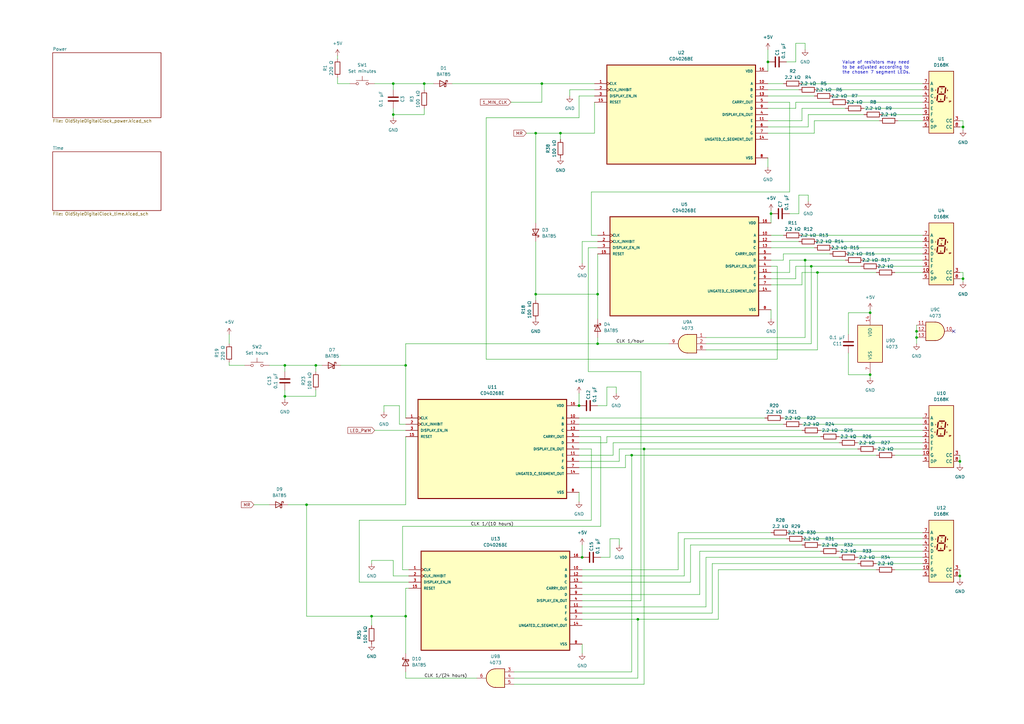
<source format=kicad_sch>
(kicad_sch (version 20250114) (generator "eeschema") (generator_version "9.0")
  (paper "A3")
  (title_block (title "Old style digital clock") (date "2025-10-13") (rev "1") (company "Pasquale Lafiosca"))
  (lib_symbols
    (symbol "4xxx:4073" (pin_names (offset 1.016))
      (property "Reference" "U" (at 0 1.27 0))
      (property "Value" "4073" (at 0 -1.27 0))
      (symbol "4073_1_1"
        (arc (start 0 3.81) (mid 3.7934 0) (end 0 -3.81) (stroke (width 0.254)) (fill (type background)))
        (polyline (pts (xy 0 3.81) (xy -3.81 3.81) (xy -3.81 -3.81) (xy 0 -3.81)) (stroke (width 0.254)) (fill (type background)))
        (pin input line (at -7.62 2.54 0) (length 3.81) (name "~") (number "1"))
        (pin input line (at -7.62 0 0) (length 3.81) (name "~") (number "2"))
        (pin input line (at -7.62 -2.54 0) (length 3.81) (name "~") (number "8"))
        (pin output line (at 7.62 0 180) (length 3.81) (name "~") (number "9"))
      )
      (symbol "4073_1_2"
        (arc (start -3.81 3.81) (mid -2.589 0) (end -3.81 -3.81) (stroke (width 0.254)))
        (polyline (pts (xy -3.81 3.81) (xy -0.635 3.81)) (stroke (width 0.254)) (fill (type background)))
        (polyline (pts (xy -3.81 -3.81) (xy -0.635 -3.81)) (stroke (width 0.254)) (fill (type background)))
        (arc (start 3.81 0) (mid 2.1855 -2.584) (end -0.6096 -3.81) (stroke (width 0.254)) (fill (type background)))
        (arc (start -0.6096 3.81) (mid 2.1928 2.5924) (end 3.81 0) (stroke (width 0.254)) (fill (type background)))
        (polyline (pts (xy -0.635 3.81) (xy -3.81 3.81) (xy -3.81 3.81) (xy -3.556 3.4036) (xy -3.0226 2.2606) (xy -2.6924 1.0414) (xy -2.6162 -0.254) (xy -2.7686 -1.4986) (xy -3.175 -2.7178) (xy -3.81 -3.81) (xy -3.81 -3.81) (xy -0.635 -3.81)) (stroke (width -25.4)) (fill (type background)))
        (pin input inverted (at -7.62 2.54 0) (length 4.318) (name "~") (number "1"))
        (pin input inverted (at -7.62 0 0) (length 4.953) (name "~") (number "2"))
        (pin input inverted (at -7.62 -2.54 0) (length 4.318) (name "~") (number "8"))
        (pin output inverted (at 7.62 0 180) (length 3.81) (name "~") (number "9"))
      )
      (symbol "4073_2_1"
        (arc (start 0 3.81) (mid 3.7934 0) (end 0 -3.81) (stroke (width 0.254)) (fill (type background)))
        (polyline (pts (xy 0 3.81) (xy -3.81 3.81) (xy -3.81 -3.81) (xy 0 -3.81)) (stroke (width 0.254)) (fill (type background)))
        (pin input line (at -7.62 2.54 0) (length 3.81) (name "~") (number "3"))
        (pin input line (at -7.62 0 0) (length 3.81) (name "~") (number "4"))
        (pin input line (at -7.62 -2.54 0) (length 3.81) (name "~") (number "5"))
        (pin output line (at 7.62 0 180) (length 3.81) (name "~") (number "6"))
      )
      (symbol "4073_2_2"
        (arc (start -3.81 3.81) (mid -2.589 0) (end -3.81 -3.81) (stroke (width 0.254)))
        (polyline (pts (xy -3.81 3.81) (xy -0.635 3.81)) (stroke (width 0.254)) (fill (type background)))
        (polyline (pts (xy -3.81 -3.81) (xy -0.635 -3.81)) (stroke (width 0.254)) (fill (type background)))
        (arc (start 3.81 0) (mid 2.1855 -2.584) (end -0.6096 -3.81) (stroke (width 0.254)) (fill (type background)))
        (arc (start -0.6096 3.81) (mid 2.1928 2.5924) (end 3.81 0) (stroke (width 0.254)) (fill (type background)))
        (polyline (pts (xy -0.635 3.81) (xy -3.81 3.81) (xy -3.81 3.81) (xy -3.556 3.4036) (xy -3.0226 2.2606) (xy -2.6924 1.0414) (xy -2.6162 -0.254) (xy -2.7686 -1.4986) (xy -3.175 -2.7178) (xy -3.81 -3.81) (xy -3.81 -3.81) (xy -0.635 -3.81)) (stroke (width -25.4)) (fill (type background)))
        (pin input inverted (at -7.62 2.54 0) (length 4.318) (name "~") (number "3"))
        (pin input inverted (at -7.62 0 0) (length 4.953) (name "~") (number "4"))
        (pin input inverted (at -7.62 -2.54 0) (length 4.318) (name "~") (number "5"))
        (pin output inverted (at 7.62 0 180) (length 3.81) (name "~") (number "6"))
      )
      (symbol "4073_3_1"
        (arc (start 0 3.81) (mid 3.7934 0) (end 0 -3.81) (stroke (width 0.254)) (fill (type background)))
        (polyline (pts (xy 0 3.81) (xy -3.81 3.81) (xy -3.81 -3.81) (xy 0 -3.81)) (stroke (width 0.254)) (fill (type background)))
        (pin input line (at -7.62 2.54 0) (length 3.81) (name "~") (number "11"))
        (pin input line (at -7.62 0 0) (length 3.81) (name "~") (number "12"))
        (pin input line (at -7.62 -2.54 0) (length 3.81) (name "~") (number "13"))
        (pin output line (at 7.62 0 180) (length 3.81) (name "~") (number "10"))
      )
      (symbol "4073_3_2"
        (arc (start -3.81 3.81) (mid -2.589 0) (end -3.81 -3.81) (stroke (width 0.254)))
        (polyline (pts (xy -3.81 3.81) (xy -0.635 3.81)) (stroke (width 0.254)) (fill (type background)))
        (polyline (pts (xy -3.81 -3.81) (xy -0.635 -3.81)) (stroke (width 0.254)) (fill (type background)))
        (arc (start 3.81 0) (mid 2.1855 -2.584) (end -0.6096 -3.81) (stroke (width 0.254)) (fill (type background)))
        (arc (start -0.6096 3.81) (mid 2.1928 2.5924) (end 3.81 0) (stroke (width 0.254)) (fill (type background)))
        (polyline (pts (xy -0.635 3.81) (xy -3.81 3.81) (xy -3.81 3.81) (xy -3.556 3.4036) (xy -3.0226 2.2606) (xy -2.6924 1.0414) (xy -2.6162 -0.254) (xy -2.7686 -1.4986) (xy -3.175 -2.7178) (xy -3.81 -3.81) (xy -3.81 -3.81) (xy -0.635 -3.81)) (stroke (width -25.4)) (fill (type background)))
        (pin input inverted (at -7.62 2.54 0) (length 4.318) (name "~") (number "11"))
        (pin input inverted (at -7.62 0 0) (length 4.953) (name "~") (number "12"))
        (pin input inverted (at -7.62 -2.54 0) (length 4.318) (name "~") (number "13"))
        (pin output inverted (at 7.62 0 180) (length 3.81) (name "~") (number "10"))
      )
      (symbol "4073_4_0"
        (pin power_in line (at 0 12.7 270) (length 5.08) (name "VDD") (number "14"))
        (pin power_in line (at 0 -12.7 90) (length 5.08) (name "VSS") (number "7"))
      )
      (symbol "4073_4_1"
        (rectangle (start -5.08 7.62) (end 5.08 -7.62) (stroke (width 0.254)) (fill (type background)))
      )
    )
    (symbol "CD4026BE:CD4026BE" (pin_names (offset 1.016))
      (property "Reference" "U" (at -30.48 21.32 0))
      (property "Value" "CD4026BE" (at -30.48 -24.32 0))
      (symbol "CD4026BE_0_0"
        (rectangle (start -30.48 -20.32) (end 30.48 20.32) (stroke (width 0.41)) (fill (type background)))
        (pin input clock (at -35.56 12.7 0) (length 5.08) (name "CLK") (number "1"))
        (pin input clock (at -35.56 10.16 0) (length 5.08) (name "CLK_INHIBIT") (number "2"))
        (pin input line (at -35.56 7.62 0) (length 5.08) (name "DISPLAY_EN_IN") (number "3"))
        (pin input line (at -35.56 5.08 0) (length 5.08) (name "RESET") (number "15"))
        (pin power_in line (at 35.56 17.78 180) (length 5.08) (name "VDD") (number "16"))
        (pin output line (at 35.56 12.7 180) (length 5.08) (name "A") (number "10"))
        (pin output line (at 35.56 10.16 180) (length 5.08) (name "B") (number "12"))
        (pin output line (at 35.56 7.62 180) (length 5.08) (name "C") (number "13"))
        (pin output line (at 35.56 5.08 180) (length 5.08) (name "CARRY_OUT") (number "5"))
        (pin output line (at 35.56 2.54 180) (length 5.08) (name "D") (number "9"))
        (pin output line (at 35.56 0 180) (length 5.08) (name "DISPLAY_EN_OUT") (number "4"))
        (pin output line (at 35.56 -2.54 180) (length 5.08) (name "E") (number "11"))
        (pin output line (at 35.56 -5.08 180) (length 5.08) (name "F") (number "6"))
        (pin output line (at 35.56 -7.62 180) (length 5.08) (name "G") (number "7"))
        (pin output line (at 35.56 -10.16 180) (length 5.08) (name "UNGATED_C_SEGMENT_OUT") (number "14"))
        (pin power_in line (at 35.56 -17.78 180) (length 5.08) (name "VSS") (number "8"))
      )
    )
    (symbol "Device:C" (pin_numbers (hide yes)) (pin_names (offset 0.254))
      (property "Reference" "C" (at 0.635 2.54 0))
      (property "Value" "C" (at 0.635 -2.54 0))
      (symbol "C_0_1"
        (polyline (pts (xy -2.032 0.762) (xy 2.032 0.762)) (stroke (width 0.508)))
        (polyline (pts (xy -2.032 -0.762) (xy 2.032 -0.762)) (stroke (width 0.508)))
      )
      (symbol "C_1_1"
        (pin passive line (at 0 3.81 270) (length 2.794) (name "~") (number "1"))
        (pin passive line (at 0 -3.81 90) (length 2.794) (name "~") (number "2"))
      )
    )
    (symbol "Device:R" (pin_numbers (hide yes)) (pin_names (offset 0))
      (property "Reference" "R" (at 2.032 0 90))
      (property "Value" "R" (at 0 0 90))
      (symbol "R_0_1"
        (rectangle (start -1.016 -2.54) (end 1.016 2.54) (stroke (width 0.254)))
      )
      (symbol "R_1_1"
        (pin passive line (at 0 3.81 270) (length 1.27) (name "~") (number "1"))
        (pin passive line (at 0 -3.81 90) (length 1.27) (name "~") (number "2"))
      )
    )
    (symbol "Diode:BAT85" (pin_numbers (hide yes)) (pin_names (offset 1.016) (hide yes))
      (property "Reference" "D" (at 0 2.54 0))
      (property "Value" "BAT85" (at 0 -2.54 0))
      (symbol "BAT85_0_1"
        (polyline (pts (xy -1.905 0.635) (xy -1.905 1.27) (xy -1.27 1.27) (xy -1.27 -1.27) (xy -0.635 -1.27) (xy -0.635 -0.635)) (stroke (width 0.254)))
        (polyline (pts (xy 1.27 1.27) (xy 1.27 -1.27) (xy -1.27 0) (xy 1.27 1.27)) (stroke (width 0.254)))
        (polyline (pts (xy 1.27 0) (xy -1.27 0)))
      )
      (symbol "BAT85_1_1"
        (pin passive line (at -3.81 0 0) (length 2.54) (name "K") (number "1"))
        (pin passive line (at 3.81 0 180) (length 2.54) (name "A") (number "2"))
      )
    )
    (symbol "Generic7SegmentLedCC:D168K"
      (property "Reference" "U" (at -2.54 13.97 0))
      (property "Value" "D168K" (at 1.27 13.97 0))
      (symbol "D168K_0_0"
        (text "E" (at -2.54 1.778 0) (effects (font (size 0.508 0.508))))
        (text "F" (at -2.286 4.826 0) (effects (font (size 0.508 0.508))))
        (text "D" (at -0.254 1.016 0) (effects (font (size 0.508 0.508))))
        (text "G" (at 0 4.064 0) (effects (font (size 0.508 0.508))))
        (text "A" (at 0.254 5.588 0) (effects (font (size 0.508 0.508))))
        (text "C" (at 2.286 1.778 0) (effects (font (size 0.508 0.508))))
        (text "B" (at 2.54 4.826 0) (effects (font (size 0.508 0.508))))
        (text "DP" (at 3.556 0.254 0) (effects (font (size 0.508 0.508))))
      )
      (symbol "D168K_0_1"
        (rectangle (start -5.08 12.7) (end 5.08 -12.7) (stroke (width 0.254)) (fill (type background)))
        (polyline (pts (xy -1.524 2.794) (xy -1.778 0.762)) (stroke (width 0.508)))
        (polyline (pts (xy -1.27 5.842) (xy -1.524 3.81)) (stroke (width 0.508)))
        (polyline (pts (xy -1.27 0.254) (xy 0.762 0.254)) (stroke (width 0.508)))
        (polyline (pts (xy -1.016 3.302) (xy 1.016 3.302)) (stroke (width 0.508)))
        (polyline (pts (xy -0.762 6.35) (xy 1.27 6.35)) (stroke (width 0.508)))
        (polyline (pts (xy 1.524 2.794) (xy 1.27 0.762)) (stroke (width 0.508)))
        (polyline (pts (xy 1.778 5.842) (xy 1.524 3.81)) (stroke (width 0.508)))
        (polyline (pts (xy 2.54 0.254) (xy 2.54 0.254)) (stroke (width 0.508)))
      )
      (symbol "D168K_1_1"
        (pin input line (at -7.62 7.62 0) (length 2.54) (name "A") (number "7"))
        (pin input line (at -7.62 5.08 0) (length 2.54) (name "B") (number "6"))
        (pin input line (at -7.62 2.54 0) (length 2.54) (name "C") (number "4"))
        (pin input line (at -7.62 0 0) (length 2.54) (name "D") (number "2"))
        (pin input line (at -7.62 -2.54 0) (length 2.54) (name "E") (number "1"))
        (pin input line (at -7.62 -5.08 0) (length 2.54) (name "F") (number "9"))
        (pin input line (at -7.62 -7.62 0) (length 2.54) (name "G") (number "10"))
        (pin input line (at -7.62 -10.16 0) (length 2.54) (name "DP") (number "5"))
        (pin input line (at 7.62 -7.62 180) (length 2.54) (name "CC") (number "3"))
        (pin input line (at 7.62 -10.16 180) (length 2.54) (name "CC") (number "8"))
      )
    )
    (symbol "Switch:SW_Push" (pin_numbers (hide yes)) (pin_names (offset 1.016) (hide yes))
      (property "Reference" "SW" (at 1.27 2.54 0))
      (property "Value" "SW_Push" (at 0 -1.524 0))
      (symbol "SW_Push_0_1"
        (circle (center -2.032 0) (radius 0.508))
        (polyline (pts (xy 0 1.27) (xy 0 3.048)))
        (circle (center 2.032 0) (radius 0.508))
        (polyline (pts (xy 2.54 1.27) (xy -2.54 1.27)))
        (pin passive line (at -5.08 0 0) (length 2.54) (name "1") (number "1"))
        (pin passive line (at 5.08 0 180) (length 2.54) (name "2") (number "2"))
      )
    )
    (symbol "power:GND" (power) (pin_names (offset 0))
      (property "Value" "GND" (at 0 -3.81 0))
      (symbol "GND_0_1"
        (polyline (pts (xy 0 0) (xy 0 -1.27) (xy 1.27 -1.27) (xy 0 -2.54) (xy -1.27 -1.27) (xy 0 -1.27)))
      )
      (symbol "GND_1_1"
        (pin power_in line (at 0 0 270) (length 0) (hide yes) (name "GND") (number "1"))
      )
    )
    (symbol "power:VDD" (power) (pin_names (offset 0))
      (property "Value" "VDD" (at 0 3.81 0))
      (symbol "VDD_0_1"
        (polyline (pts (xy -0.762 1.27) (xy 0 2.54)))
        (polyline (pts (xy 0 2.54) (xy 0.762 1.27)))
        (polyline (pts (xy 0 0) (xy 0 2.54)))
      )
      (symbol "VDD_1_1"
        (pin power_in line (at 0 0 90) (length 0) (hide yes) (name "VDD") (number "1"))
      )
    )
  )
  (text "Value of resistors may need\nto be adjusted according to\nthe chosen 7 segment LEDs." (at 345.44 30.48 0) (effects (font (size 1.27 1.27)) (justify left bottom)))
  (junction (at 375.92 135.89))
  (junction (at 356.87 128.27))
  (junction (at 125.73 207.01))
  (junction (at 219.71 120.65))
  (junction (at 129.54 149.86))
  (junction (at 393.7 189.23))
  (junction (at 152.4 252.73))
  (junction (at 335.28 111.76))
  (junction (at 229.87 54.61))
  (junction (at 394.97 52.07))
  (junction (at 332.74 109.22))
  (junction (at 166.37 149.86))
  (junction (at 259.08 186.69))
  (junction (at 222.25 34.29))
  (junction (at 261.62 254))
  (junction (at 238.76 228.6))
  (junction (at 237.49 166.37))
  (junction (at 116.84 149.86))
  (junction (at 356.87 153.67))
  (junction (at 245.11 120.65))
  (junction (at 116.84 162.56))
  (junction (at 394.97 114.3))
  (junction (at 161.29 46.99))
  (junction (at 166.37 252.73))
  (junction (at 314.96 25.4))
  (junction (at 264.16 184.15))
  (junction (at 393.7 236.22))
  (junction (at 316.23 87.63))
  (junction (at 245.11 140.97))
  (junction (at 375.92 138.43))
  (junction (at 173.99 34.29))
  (junction (at 330.2 106.68))
  (junction (at 161.29 34.29))
  (junction (at 219.71 54.61))
  (no_connect (at 391.16 135.89))
  (wire (pts (xy 219.71 120.65) (xy 219.71 123.19)))
  (wire (pts (xy 327.66 80.01) (xy 331.47 80.01)))
  (wire (pts (xy 242.57 213.36) (xy 242.57 184.15)))
  (wire (pts (xy 375.92 133.35) (xy 375.92 135.89)))
  (wire (pts (xy 238.76 223.52) (xy 238.76 228.6)))
  (wire (pts (xy 326.39 44.45) (xy 326.39 41.91)))
  (wire (pts (xy 294.64 233.68) (xy 359.41 233.68)))
  (wire (pts (xy 283.21 223.52) (xy 283.21 238.76)))
  (wire (pts (xy 93.98 137.16) (xy 93.98 140.97)))
  (wire (pts (xy 161.29 34.29) (xy 161.29 36.83)))
  (wire (pts (xy 289.56 138.43) (xy 330.2 138.43)))
  (wire (pts (xy 238.76 254) (xy 261.62 254)))
  (wire (pts (xy 173.99 34.29) (xy 173.99 36.83)))
  (wire (pts (xy 354.33 106.68) (xy 378.46 106.68)))
  (wire (pts (xy 237.49 176.53) (xy 328.93 176.53)))
  (wire (pts (xy 116.84 160.02) (xy 116.84 162.56)))
  (wire (pts (xy 330.2 17.78) (xy 330.2 20.32)))
  (wire (pts (xy 243.84 41.91) (xy 243.84 54.61)))
  (wire (pts (xy 323.85 78.74) (xy 242.57 78.74)))
  (wire (pts (xy 354.33 44.45) (xy 378.46 44.45)))
  (wire (pts (xy 245.11 120.65) (xy 245.11 104.14)))
  (wire (pts (xy 351.79 181.61) (xy 378.46 181.61)))
  (wire (pts (xy 166.37 241.3) (xy 167.64 241.3)))
  (wire (pts (xy 157.48 166.37) (xy 163.83 166.37)))
  (wire (pts (xy 166.37 140.97) (xy 245.11 140.97)))
  (wire (pts (xy 243.84 54.61) (xy 229.87 54.61)))
  (wire (pts (xy 152.4 231.14) (xy 152.4 229.87)))
  (wire (pts (xy 318.77 109.22) (xy 318.77 147.32)))
  (wire (pts (xy 322.58 25.4) (xy 326.39 25.4)))
  (wire (pts (xy 153.67 176.53) (xy 166.37 176.53)))
  (wire (pts (xy 359.41 231.14) (xy 378.46 231.14)))
  (wire (pts (xy 185.42 34.29) (xy 222.25 34.29)))
  (wire (pts (xy 328.93 96.52) (xy 378.46 96.52)))
  (wire (pts (xy 347.98 41.91) (xy 378.46 41.91)))
  (wire (pts (xy 314.96 49.53) (xy 328.93 49.53)))
  (wire (pts (xy 314.96 36.83) (xy 327.66 36.83)))
  (wire (pts (xy 210.82 275.59) (xy 259.08 275.59)))
  (wire (pts (xy 323.85 87.63) (xy 327.66 87.63)))
  (wire (pts (xy 336.55 223.52) (xy 378.46 223.52)))
  (wire (pts (xy 323.85 41.91) (xy 323.85 78.74)))
  (wire (pts (xy 326.39 109.22) (xy 332.74 109.22)))
  (wire (pts (xy 166.37 149.86) (xy 166.37 171.45)))
  (wire (pts (xy 245.11 99.06) (xy 238.76 99.06)))
  (wire (pts (xy 166.37 140.97) (xy 166.37 149.86)))
  (wire (pts (xy 394.97 52.07) (xy 393.7 52.07)))
  (wire (pts (xy 326.39 17.78) (xy 330.2 17.78)))
  (wire (pts (xy 138.43 22.86) (xy 138.43 24.13)))
  (wire (pts (xy 316.23 86.36) (xy 316.23 87.63)))
  (wire (pts (xy 246.38 228.6) (xy 250.19 228.6)))
  (wire (pts (xy 278.13 218.44) (xy 316.23 218.44)))
  (wire (pts (xy 219.71 54.61) (xy 219.71 91.44)))
  (wire (pts (xy 316.23 111.76) (xy 323.85 111.76)))
  (wire (pts (xy 323.85 218.44) (xy 378.46 218.44)))
  (wire (pts (xy 314.96 41.91) (xy 323.85 41.91)))
  (wire (pts (xy 287.02 226.06) (xy 336.55 226.06)))
  (wire (pts (xy 347.98 137.16) (xy 347.98 128.27)))
  (wire (pts (xy 332.74 109.22) (xy 353.06 109.22)))
  (wire (pts (xy 219.71 99.06) (xy 219.71 120.65)))
  (wire (pts (xy 344.17 226.06) (xy 378.46 226.06)))
  (wire (pts (xy 393.7 49.53) (xy 394.97 49.53)))
  (wire (pts (xy 314.96 64.77) (xy 314.96 68.58)))
  (wire (pts (xy 262.89 152.4) (xy 241.3 152.4)))
  (wire (pts (xy 394.97 114.3) (xy 393.7 114.3)))
  (wire (pts (xy 166.37 241.3) (xy 166.37 252.73)))
  (wire (pts (xy 222.25 41.91) (xy 222.25 34.29)))
  (wire (pts (xy 246.38 215.9) (xy 165.1 215.9)))
  (wire (pts (xy 259.08 186.69) (xy 259.08 275.59)))
  (wire (pts (xy 331.47 80.01) (xy 331.47 82.55)))
  (wire (pts (xy 147.32 213.36) (xy 242.57 213.36)))
  (wire (pts (xy 328.93 44.45) (xy 346.71 44.45)))
  (wire (pts (xy 289.56 228.6) (xy 344.17 228.6)))
  (wire (pts (xy 375.92 138.43) (xy 375.92 140.97)))
  (wire (pts (xy 254 184.15) (xy 264.16 184.15)))
  (wire (pts (xy 173.99 46.99) (xy 161.29 46.99)))
  (wire (pts (xy 238.76 243.84) (xy 287.02 243.84)))
  (wire (pts (xy 356.87 154.94) (xy 356.87 153.67)))
  (wire (pts (xy 163.83 166.37) (xy 163.83 173.99)))
  (wire (pts (xy 245.11 140.97) (xy 274.32 140.97)))
  (wire (pts (xy 328.93 116.84) (xy 328.93 111.76)))
  (wire (pts (xy 347.98 128.27) (xy 356.87 128.27)))
  (wire (pts (xy 292.1 231.14) (xy 351.79 231.14)))
  (wire (pts (xy 161.29 44.45) (xy 161.29 46.99)))
  (wire (pts (xy 294.64 233.68) (xy 294.64 254)))
  (wire (pts (xy 116.84 162.56) (xy 116.84 163.83)))
  (wire (pts (xy 332.74 140.97) (xy 332.74 109.22)))
  (wire (pts (xy 341.63 101.6) (xy 378.46 101.6)))
  (wire (pts (xy 356.87 127) (xy 356.87 128.27)))
  (wire (pts (xy 166.37 207.01) (xy 166.37 179.07)))
  (wire (pts (xy 323.85 106.68) (xy 330.2 106.68)))
  (wire (pts (xy 375.92 135.89) (xy 375.92 138.43)))
  (wire (pts (xy 351.79 228.6) (xy 378.46 228.6)))
  (wire (pts (xy 394.97 53.34) (xy 394.97 52.07)))
  (wire (pts (xy 248.92 179.07) (xy 336.55 179.07)))
  (wire (pts (xy 359.41 184.15) (xy 378.46 184.15)))
  (wire (pts (xy 246.38 179.07) (xy 246.38 215.9)))
  (wire (pts (xy 237.49 39.37) (xy 237.49 48.26)))
  (wire (pts (xy 138.43 34.29) (xy 143.51 34.29)))
  (wire (pts (xy 229.87 54.61) (xy 229.87 57.15)))
  (wire (pts (xy 334.01 49.53) (xy 360.68 49.53)))
  (wire (pts (xy 316.23 99.06) (xy 327.66 99.06)))
  (wire (pts (xy 166.37 252.73) (xy 166.37 267.97)))
  (wire (pts (xy 252.73 158.75) (xy 252.73 161.29)))
  (wire (pts (xy 254 189.23) (xy 254 184.15)))
  (wire (pts (xy 219.71 120.65) (xy 245.11 120.65)))
  (wire (pts (xy 256.54 191.77) (xy 256.54 186.69)))
  (wire (pts (xy 237.49 201.93) (xy 237.49 205.74)))
  (wire (pts (xy 237.49 171.45) (xy 313.69 171.45)))
  (wire (pts (xy 250.19 220.98) (xy 254 220.98)))
  (wire (pts (xy 195.58 278.13) (xy 166.37 278.13)))
  (wire (pts (xy 237.49 173.99) (xy 321.31 173.99)))
  (wire (pts (xy 163.83 173.99) (xy 166.37 173.99)))
  (wire (pts (xy 393.7 186.69) (xy 393.7 189.23)))
  (wire (pts (xy 248.92 181.61) (xy 248.92 179.07)))
  (wire (pts (xy 251.46 186.69) (xy 251.46 181.61)))
  (wire (pts (xy 237.49 181.61) (xy 248.92 181.61)))
  (wire (pts (xy 233.68 36.83) (xy 233.68 39.37)))
  (wire (pts (xy 147.32 213.36) (xy 147.32 238.76)))
  (wire (pts (xy 335.28 36.83) (xy 378.46 36.83)))
  (wire (pts (xy 264.16 280.67) (xy 264.16 184.15)))
  (wire (pts (xy 330.2 220.98) (xy 378.46 220.98)))
  (wire (pts (xy 161.29 229.87) (xy 161.29 236.22)))
  (wire (pts (xy 321.31 104.14) (xy 340.36 104.14)))
  (wire (pts (xy 237.49 179.07) (xy 246.38 179.07)))
  (wire (pts (xy 330.2 106.68) (xy 346.71 106.68)))
  (wire (pts (xy 328.93 34.29) (xy 378.46 34.29)))
  (wire (pts (xy 347.98 144.78) (xy 347.98 153.67)))
  (wire (pts (xy 238.76 233.68) (xy 278.13 233.68)))
  (wire (pts (xy 368.3 49.53) (xy 378.46 49.53)))
  (wire (pts (xy 331.47 46.99) (xy 354.33 46.99)))
  (wire (pts (xy 238.76 246.38) (xy 262.89 246.38)))
  (wire (pts (xy 210.82 278.13) (xy 261.62 278.13)))
  (wire (pts (xy 237.49 189.23) (xy 254 189.23)))
  (wire (pts (xy 245.11 166.37) (xy 248.92 166.37)))
  (wire (pts (xy 314.96 34.29) (xy 321.31 34.29)))
  (wire (pts (xy 241.3 152.4) (xy 241.3 101.6)))
  (wire (pts (xy 344.17 179.07) (xy 378.46 179.07)))
  (wire (pts (xy 335.28 111.76) (xy 359.41 111.76)))
  (wire (pts (xy 314.96 39.37) (xy 334.01 39.37)))
  (wire (pts (xy 166.37 275.59) (xy 166.37 278.13)))
  (wire (pts (xy 314.96 25.4) (xy 314.96 29.21)))
  (wire (pts (xy 335.28 99.06) (xy 378.46 99.06)))
  (wire (pts (xy 199.39 48.26) (xy 237.49 48.26)))
  (wire (pts (xy 238.76 236.22) (xy 280.67 236.22)))
  (wire (pts (xy 287.02 243.84) (xy 287.02 226.06)))
  (wire (pts (xy 173.99 34.29) (xy 177.8 34.29)))
  (wire (pts (xy 327.66 87.63) (xy 327.66 80.01)))
  (wire (pts (xy 242.57 78.74) (xy 242.57 96.52)))
  (wire (pts (xy 152.4 252.73) (xy 152.4 256.54)))
  (wire (pts (xy 314.96 44.45) (xy 326.39 44.45)))
  (wire (pts (xy 321.31 171.45) (xy 378.46 171.45)))
  (wire (pts (xy 209.55 41.91) (xy 222.25 41.91)))
  (wire (pts (xy 330.2 106.68) (xy 330.2 138.43)))
  (wire (pts (xy 125.73 207.01) (xy 166.37 207.01)))
  (wire (pts (xy 292.1 251.46) (xy 292.1 231.14)))
  (wire (pts (xy 278.13 218.44) (xy 278.13 233.68)))
  (wire (pts (xy 245.11 138.43) (xy 245.11 140.97)))
  (wire (pts (xy 316.23 127) (xy 316.23 130.81)))
  (wire (pts (xy 129.54 149.86) (xy 129.54 152.4)))
  (wire (pts (xy 323.85 111.76) (xy 323.85 106.68)))
  (wire (pts (xy 248.92 166.37) (xy 248.92 158.75)))
  (wire (pts (xy 331.47 52.07) (xy 331.47 46.99)))
  (wire (pts (xy 318.77 147.32) (xy 199.39 147.32)))
  (wire (pts (xy 336.55 176.53) (xy 378.46 176.53)))
  (wire (pts (xy 129.54 162.56) (xy 116.84 162.56)))
  (wire (pts (xy 256.54 186.69) (xy 259.08 186.69)))
  (wire (pts (xy 147.32 238.76) (xy 167.64 238.76)))
  (wire (pts (xy 334.01 54.61) (xy 334.01 49.53)))
  (wire (pts (xy 262.89 246.38) (xy 262.89 152.4)))
  (wire (pts (xy 165.1 233.68) (xy 167.64 233.68)))
  (wire (pts (xy 261.62 254) (xy 294.64 254)))
  (wire (pts (xy 116.84 149.86) (xy 110.49 149.86)))
  (wire (pts (xy 152.4 252.73) (xy 166.37 252.73)))
  (wire (pts (xy 316.23 87.63) (xy 316.23 91.44)))
  (wire (pts (xy 219.71 54.61) (xy 215.9 54.61)))
  (wire (pts (xy 238.76 99.06) (xy 238.76 107.95)))
  (wire (pts (xy 326.39 114.3) (xy 326.39 109.22)))
  (wire (pts (xy 238.76 251.46) (xy 292.1 251.46)))
  (wire (pts (xy 242.57 96.52) (xy 245.11 96.52)))
  (wire (pts (xy 393.7 237.49) (xy 393.7 236.22)))
  (wire (pts (xy 138.43 31.75) (xy 138.43 34.29)))
  (wire (pts (xy 161.29 236.22) (xy 167.64 236.22)))
  (wire (pts (xy 229.87 54.61) (xy 219.71 54.61)))
  (wire (pts (xy 238.76 248.92) (xy 289.56 248.92)))
  (wire (pts (xy 316.23 114.3) (xy 326.39 114.3)))
  (wire (pts (xy 328.93 49.53) (xy 328.93 44.45)))
  (wire (pts (xy 238.76 264.16) (xy 238.76 267.97)))
  (wire (pts (xy 116.84 149.86) (xy 116.84 152.4)))
  (wire (pts (xy 116.84 149.86) (xy 129.54 149.86)))
  (wire (pts (xy 394.97 49.53) (xy 394.97 52.07)))
  (wire (pts (xy 347.98 153.67) (xy 356.87 153.67)))
  (wire (pts (xy 367.03 233.68) (xy 378.46 233.68)))
  (wire (pts (xy 259.08 186.69) (xy 359.41 186.69)))
  (wire (pts (xy 129.54 160.02) (xy 129.54 162.56)))
  (wire (pts (xy 157.48 166.37) (xy 157.48 168.91)))
  (wire (pts (xy 237.49 161.29) (xy 237.49 166.37)))
  (wire (pts (xy 393.7 233.68) (xy 393.7 236.22)))
  (wire (pts (xy 251.46 181.61) (xy 344.17 181.61)))
  (wire (pts (xy 245.11 120.65) (xy 245.11 130.81)))
  (wire (pts (xy 316.23 109.22) (xy 318.77 109.22)))
  (wire (pts (xy 326.39 41.91) (xy 340.36 41.91)))
  (wire (pts (xy 283.21 223.52) (xy 328.93 223.52)))
  (wire (pts (xy 328.93 173.99) (xy 378.46 173.99)))
  (wire (pts (xy 321.31 106.68) (xy 321.31 104.14)))
  (wire (pts (xy 394.97 111.76) (xy 394.97 114.3)))
  (wire (pts (xy 125.73 252.73) (xy 152.4 252.73)))
  (wire (pts (xy 153.67 34.29) (xy 161.29 34.29)))
  (wire (pts (xy 161.29 46.99) (xy 161.29 48.26)))
  (wire (pts (xy 394.97 115.57) (xy 394.97 114.3)))
  (wire (pts (xy 393.7 111.76) (xy 394.97 111.76)))
  (wire (pts (xy 367.03 111.76) (xy 378.46 111.76)))
  (wire (pts (xy 261.62 254) (xy 261.62 278.13)))
  (wire (pts (xy 161.29 34.29) (xy 173.99 34.29)))
  (wire (pts (xy 360.68 109.22) (xy 378.46 109.22)))
  (wire (pts (xy 93.98 148.59) (xy 93.98 149.86)))
  (wire (pts (xy 289.56 140.97) (xy 332.74 140.97)))
  (wire (pts (xy 125.73 207.01) (xy 125.73 252.73)))
  (wire (pts (xy 233.68 36.83) (xy 243.84 36.83)))
  (wire (pts (xy 199.39 147.32) (xy 199.39 48.26)))
  (wire (pts (xy 248.92 158.75) (xy 252.73 158.75)))
  (wire (pts (xy 361.95 46.99) (xy 378.46 46.99)))
  (wire (pts (xy 237.49 39.37) (xy 243.84 39.37)))
  (wire (pts (xy 367.03 186.69) (xy 378.46 186.69)))
  (wire (pts (xy 118.11 207.01) (xy 125.73 207.01)))
  (wire (pts (xy 326.39 25.4) (xy 326.39 17.78)))
  (wire (pts (xy 254 220.98) (xy 254 223.52)))
  (wire (pts (xy 316.23 106.68) (xy 321.31 106.68)))
  (wire (pts (xy 378.46 39.37) (xy 341.63 39.37)))
  (wire (pts (xy 152.4 229.87) (xy 161.29 229.87)))
  (wire (pts (xy 165.1 215.9) (xy 165.1 233.68)))
  (wire (pts (xy 245.11 101.6) (xy 241.3 101.6)))
  (wire (pts (xy 393.7 190.5) (xy 393.7 189.23)))
  (wire (pts (xy 237.49 191.77) (xy 256.54 191.77)))
  (wire (pts (xy 283.21 238.76) (xy 238.76 238.76)))
  (wire (pts (xy 173.99 44.45) (xy 173.99 46.99)))
  (wire (pts (xy 314.96 52.07) (xy 331.47 52.07)))
  (wire (pts (xy 280.67 220.98) (xy 322.58 220.98)))
  (wire (pts (xy 316.23 101.6) (xy 334.01 101.6)))
  (wire (pts (xy 129.54 149.86) (xy 132.08 149.86)))
  (wire (pts (xy 335.28 143.51) (xy 335.28 111.76)))
  (wire (pts (xy 104.14 207.01) (xy 110.49 207.01)))
  (wire (pts (xy 328.93 111.76) (xy 335.28 111.76)))
  (wire (pts (xy 280.67 236.22) (xy 280.67 220.98)))
  (wire (pts (xy 264.16 184.15) (xy 351.79 184.15)))
  (wire (pts (xy 314.96 20.32) (xy 314.96 25.4)))
  (wire (pts (xy 347.98 104.14) (xy 378.46 104.14)))
  (wire (pts (xy 93.98 149.86) (xy 100.33 149.86)))
  (wire (pts (xy 316.23 116.84) (xy 328.93 116.84)))
  (wire (pts (xy 289.56 248.92) (xy 289.56 228.6)))
  (wire (pts (xy 289.56 143.51) (xy 335.28 143.51)))
  (wire (pts (xy 250.19 228.6) (xy 250.19 220.98)))
  (wire (pts (xy 314.96 54.61) (xy 334.01 54.61)))
  (wire (pts (xy 316.23 96.52) (xy 321.31 96.52)))
  (wire (pts (xy 237.49 186.69) (xy 251.46 186.69)))
  (wire (pts (xy 139.7 149.86) (xy 166.37 149.86)))
  (wire (pts (xy 210.82 280.67) (xy 264.16 280.67)))
  (wire (pts (xy 222.25 34.29) (xy 243.84 34.29)))
  (wire (pts (xy 237.49 184.15) (xy 242.57 184.15)))
  (label "CLK 1{slash}(10 hours)" (at 193.04 215.9 0))
  (label "CLK 1{slash}hour" (at 252.73 140.97 0))
  (label "CLK 1{slash}(24 hours)" (at 173.99 278.13 0))
  (global_label "LED_PWM" (shape input) (at 153.67 176.53 180) (property "Intersheetrefs" "${INTERSHEET_REFS}" (effects (hide yes))))
  (global_label "MR" (shape input) (at 104.14 207.01 180) (property "Intersheetrefs" "${INTERSHEET_REFS}" (effects (hide yes))))
  (global_label "1_MIN_CLK" (shape input) (at 209.55 41.91 180) (property "Intersheetrefs" "${INTERSHEET_REFS}" (effects (hide yes))))
  (global_label "MR" (shape input) (at 215.9 54.61 180) (property "Intersheetrefs" "${INTERSHEET_REFS}" (effects (hide yes))))
  (symbol (lib_id "power:GND") (at 330.2 20.32 0) (unit 1)
    (property "Reference" "#PWR03" (effects (hide yes)))
    (property "Value" "GND" (at 330.2 25.4 0))
  )
  (symbol (lib_id "power:VDD") (at 356.87 127 0) (unit 1)
    (property "Reference" "#PWR029" (effects (hide yes)))
    (property "Value" "+5V" (at 356.87 121.92 0))
  )
  (symbol (lib_id "Device:R") (at 229.87 60.96 0) (unit 1)
    (property "Reference" "R38" (at 224.79 60.96 90))
    (property "Value" "100 kΩ" (at 227.33 60.96 90))
    (property "Footprint" "Resistor_THT:R_Axial_DIN0204_L3.6mm_D1.6mm_P7.62mm_Horizontal" (effects (hide yes)))
  )
  (symbol (lib_id "Diode:BAT85") (at 114.3 207.01 0) (mirror y) (unit 1)
    (property "Reference" "D9" (at 114.6175 200.66 0))
    (property "Value" "BAT85" (at 114.6175 203.2 0))
    (property "Footprint" "Diode_THT:D_DO-35_SOD27_P7.62mm_Horizontal" (effects (hide yes)))
    (property "Datasheet" "https://assets.nexperia.com/documents/data-sheet/BAT85.pdf" (effects (hide yes)))
  )
  (symbol (lib_id "Device:R") (at 355.6 184.15 270) (unit 1)
    (property "Reference" "R26" (at 355.6 179.07 90))
    (property "Value" "2.2 kΩ" (at 355.6 181.61 90))
    (property "Footprint" "Resistor_THT:R_Axial_DIN0204_L3.6mm_D1.6mm_P7.62mm_Horizontal" (effects (hide yes)))
  )
  (symbol (lib_id "Device:R") (at 325.12 34.29 270) (unit 1)
    (property "Reference" "R2" (at 325.12 29.21 90))
    (property "Value" "2.2 kΩ" (at 325.12 31.75 90))
    (property "Footprint" "Resistor_THT:R_Axial_DIN0204_L3.6mm_D1.6mm_P7.62mm_Horizontal" (effects (hide yes)))
  )
  (symbol (lib_id "power:GND") (at 229.87 64.77 0) (unit 1)
    (property "Reference" "#PWR057" (effects (hide yes)))
    (property "Value" "GND" (at 229.87 69.85 0))
  )
  (symbol (lib_id "Device:R") (at 363.22 186.69 270) (unit 1)
    (property "Reference" "R27" (at 363.22 181.61 90))
    (property "Value" "2.2 kΩ" (at 363.22 184.15 90))
    (property "Footprint" "Resistor_THT:R_Axial_DIN0204_L3.6mm_D1.6mm_P7.62mm_Horizontal" (effects (hide yes)))
  )
  (symbol (lib_id "power:VDD") (at 238.76 223.52 0) (unit 1)
    (property "Reference" "#PWR047" (effects (hide yes)))
    (property "Value" "+5V" (at 238.76 218.44 0))
  )
  (symbol (lib_id "Generic7SegmentLedCC:D168K") (at 386.08 179.07 0) (unit 1)
    (property "Reference" "U10" (at 386.08 161.29 0))
    (property "Value" "D168K" (at 386.08 163.83 0))
    (property "Footprint" "Display_7Segment:D1X8K" (effects (hide yes)))
    (property "Datasheet" "https://ia800903.us.archive.org/24/items/CTKD1x8K/Cromatek%20D168K.pdf" (effects (hide yes)))
  )
  (symbol (lib_id "Device:R") (at 337.82 39.37 270) (unit 1)
    (property "Reference" "R5" (at 337.82 34.29 90))
    (property "Value" "2.2 kΩ" (at 337.82 36.83 90))
    (property "Footprint" "Resistor_THT:R_Axial_DIN0204_L3.6mm_D1.6mm_P7.62mm_Horizontal" (effects (hide yes)))
  )
  (symbol (lib_id "power:GND") (at 394.97 115.57 0) (unit 1)
    (property "Reference" "#PWR026" (effects (hide yes)))
    (property "Value" "GND" (at 394.97 120.65 0))
  )
  (symbol (lib_id "CD4026BE:CD4026BE") (at 201.93 184.15 0) (unit 1)
    (property "Reference" "U11" (at 201.93 158.75 0))
    (property "Value" "CD4026BE" (at 201.93 161.29 0))
    (property "Footprint" "CD4026BE:DIP794W45P254L1969H508Q16" (effects (hide yes)))
  )
  (symbol (lib_id "Device:R") (at 138.43 27.94 0) (unit 1)
    (property "Reference" "R1" (at 133.35 27.94 90))
    (property "Value" "220 Ω" (at 135.89 27.94 90))
    (property "Footprint" "Resistor_THT:R_Axial_DIN0204_L3.6mm_D1.6mm_P7.62mm_Horizontal" (effects (hide yes)))
  )
  (symbol (lib_id "Device:R") (at 344.17 104.14 270) (unit 1)
    (property "Reference" "R14" (at 344.17 99.06 90))
    (property "Value" "2.2 kΩ" (at 344.17 101.6 90))
    (property "Footprint" "Resistor_THT:R_Axial_DIN0204_L3.6mm_D1.6mm_P7.62mm_Horizontal" (effects (hide yes)))
  )
  (symbol (lib_id "Device:R") (at 340.36 179.07 270) (unit 1)
    (property "Reference" "R24" (at 340.36 173.99 90))
    (property "Value" "2.2 kΩ" (at 340.36 176.53 90))
    (property "Footprint" "Resistor_THT:R_Axial_DIN0204_L3.6mm_D1.6mm_P7.62mm_Horizontal" (effects (hide yes)))
  )
  (symbol (lib_id "Device:C") (at 347.98 140.97 180) (unit 1)
    (property "Reference" "C11" (at 345.44 140.97 0) (effects (justify left)))
    (property "Value" "0.1 µF" (at 346.71 138.43 0) (effects (justify left)))
    (property "Footprint" "Capacitor_THT:C_Disc_D5.1mm_W3.2mm_P5.00mm" (effects (hide yes)))
  )
  (symbol (lib_id "Device:R") (at 317.5 171.45 270) (unit 1)
    (property "Reference" "R20" (at 317.5 166.37 90))
    (property "Value" "2.2 kΩ" (at 317.5 168.91 90))
    (property "Footprint" "Resistor_THT:R_Axial_DIN0204_L3.6mm_D1.6mm_P7.62mm_Horizontal" (effects (hide yes)))
  )
  (symbol (lib_id "Generic7SegmentLedCC:D168K") (at 386.08 41.91 0) (unit 1)
    (property "Reference" "U1" (at 386.08 24.13 0))
    (property "Value" "D168K" (at 386.08 26.67 0))
    (property "Footprint" "Display_7Segment:D1X8K" (effects (hide yes)))
    (property "Datasheet" "https://ia800903.us.archive.org/24/items/CTKD1x8K/Cromatek%20D168K.pdf" (effects (hide yes)))
  )
  (symbol (lib_id "power:GND") (at 254 223.52 0) (unit 1)
    (property "Reference" "#PWR048" (effects (hide yes)))
    (property "Value" "GND" (at 254 228.6 0))
  )
  (symbol (lib_id "Device:R") (at 219.71 127 0) (unit 1)
    (property "Reference" "R18" (at 214.63 127 90))
    (property "Value" "100 kΩ" (at 217.17 127 90))
    (property "Footprint" "Resistor_THT:R_Axial_DIN0204_L3.6mm_D1.6mm_P7.62mm_Horizontal" (effects (hide yes)))
  )
  (symbol (lib_id "Switch:SW_Push") (at 105.41 149.86 0) (unit 1)
    (property "Reference" "SW2" (at 105.41 142.24 0))
    (property "Value" "Set hours" (at 105.41 144.78 0))
    (property "Footprint" "Button_Switch_THT:SW_PUSH_6mm" (effects (hide yes)))
  )
  (symbol (lib_id "power:GND") (at 237.49 205.74 0) (unit 1)
    (property "Reference" "#PWR046" (effects (hide yes)))
    (property "Value" "GND" (at 237.49 210.82 0))
  )
  (symbol (lib_id "Device:R") (at 152.4 260.35 0) (unit 1)
    (property "Reference" "R35" (at 147.32 260.35 90))
    (property "Value" "100 kΩ" (at 149.86 260.35 90))
    (property "Footprint" "Resistor_THT:R_Axial_DIN0204_L3.6mm_D1.6mm_P7.62mm_Horizontal" (effects (hide yes)))
  )
  (symbol (lib_id "power:GND") (at 116.84 163.83 0) (unit 1)
    (property "Reference" "#PWR042" (effects (hide yes)))
    (property "Value" "GND" (at 116.84 168.91 0))
  )
  (symbol (lib_id "power:GND") (at 316.23 130.81 0) (unit 1)
    (property "Reference" "#PWR031" (effects (hide yes)))
    (property "Value" "GND" (at 316.23 135.89 0))
  )
  (symbol (lib_id "Device:R") (at 364.49 49.53 270) (unit 1)
    (property "Reference" "R9" (at 364.49 44.45 90))
    (property "Value" "2.2 kΩ" (at 364.49 46.99 90))
    (property "Footprint" "Resistor_THT:R_Axial_DIN0204_L3.6mm_D1.6mm_P7.62mm_Horizontal" (effects (hide yes)))
  )
  (symbol (lib_id "Device:R") (at 356.87 109.22 270) (unit 1)
    (property "Reference" "R16" (at 356.87 104.14 90))
    (property "Value" "2.2 kΩ" (at 356.87 106.68 90))
    (property "Footprint" "Resistor_THT:R_Axial_DIN0204_L3.6mm_D1.6mm_P7.62mm_Horizontal" (effects (hide yes)))
  )
  (symbol (lib_id "Device:R") (at 358.14 46.99 270) (unit 1)
    (property "Reference" "R8" (at 358.14 41.91 90))
    (property "Value" "2.2 kΩ" (at 358.14 44.45 90))
    (property "Footprint" "Resistor_THT:R_Axial_DIN0204_L3.6mm_D1.6mm_P7.62mm_Horizontal" (effects (hide yes)))
  )
  (symbol (lib_id "power:VDD") (at 314.96 20.32 0) (unit 1)
    (property "Reference" "#PWR02" (effects (hide yes)))
    (property "Value" "+5V" (at 314.96 15.24 0))
  )
  (symbol (lib_id "Device:R") (at 350.52 106.68 270) (unit 1)
    (property "Reference" "R15" (at 350.52 101.6 90))
    (property "Value" "2.2 kΩ" (at 350.52 104.14 90))
    (property "Footprint" "Resistor_THT:R_Axial_DIN0204_L3.6mm_D1.6mm_P7.62mm_Horizontal" (effects (hide yes)))
  )
  (symbol (lib_id "Device:C") (at 161.29 40.64 180) (unit 1)
    (property "Reference" "C3" (at 165.1 40.64 90))
    (property "Value" "0.1 µF" (at 156.21 40.64 90))
    (property "Footprint" "Capacitor_THT:C_Disc_D5.1mm_W3.2mm_P5.00mm" (effects (hide yes)))
  )
  (symbol (lib_id "power:GND") (at 152.4 264.16 0) (unit 1)
    (property "Reference" "#PWR052" (effects (hide yes)))
    (property "Value" "GND" (at 152.4 269.24 0))
  )
  (symbol (lib_id "Diode:BAT85") (at 135.89 149.86 0) (mirror y) (unit 1)
    (property "Reference" "D7" (at 136.2075 143.51 0))
    (property "Value" "BAT85" (at 136.2075 146.05 0))
    (property "Footprint" "Diode_THT:D_DO-35_SOD27_P7.62mm_Horizontal" (effects (hide yes)))
    (property "Datasheet" "https://assets.nexperia.com/documents/data-sheet/BAT85.pdf" (effects (hide yes)))
  )
  (symbol (lib_id "Diode:BAT85") (at 245.11 134.62 270) (unit 1)
    (property "Reference" "D4" (at 247.65 133.0324 90) (effects (justify left)))
    (property "Value" "BAT85" (at 247.65 135.5724 90) (effects (justify left)))
    (property "Footprint" "Diode_THT:D_DO-35_SOD27_P7.62mm_Horizontal" (effects (hide yes)))
    (property "Datasheet" "https://assets.nexperia.com/documents/data-sheet/BAT85.pdf" (effects (hide yes)))
  )
  (symbol (lib_id "Device:R") (at 320.04 218.44 270) (unit 1)
    (property "Reference" "R28" (at 320.04 213.36 90))
    (property "Value" "2.2 kΩ" (at 320.04 215.9 90))
    (property "Footprint" "Resistor_THT:R_Axial_DIN0204_L3.6mm_D1.6mm_P7.62mm_Horizontal" (effects (hide yes)))
  )
  (symbol (lib_id "Device:R") (at 331.47 99.06 270) (unit 1)
    (property "Reference" "R12" (at 331.47 93.98 90))
    (property "Value" "2.2 kΩ" (at 331.47 96.52 90))
    (property "Footprint" "Resistor_THT:R_Axial_DIN0204_L3.6mm_D1.6mm_P7.62mm_Horizontal" (effects (hide yes)))
  )
  (symbol (lib_id "4xxx:4073") (at 383.54 135.89 0) (unit 3)
    (property "Reference" "U9" (at 383.54 127 0))
    (property "Value" "4073" (at 383.54 129.54 0))
    (property "Footprint" "CD4073BE:DIP794W45P254L1969H508Q14" (effects (hide yes)))
    (property "Datasheet" "http://www.intersil.com/content/dam/Intersil/documents/cd40/cd4073bms-81bms-82bms.pdf" (effects (hide yes)))
  )
  (symbol (lib_id "power:GND") (at 356.87 154.94 0) (unit 1)
    (property "Reference" "#PWR036" (effects (hide yes)))
    (property "Value" "GND" (at 356.87 160.02 0))
  )
  (symbol (lib_id "power:GND") (at 238.76 267.97 0) (unit 1)
    (property "Reference" "#PWR053" (effects (hide yes)))
    (property "Value" "GND" (at 238.76 273.05 0))
  )
  (symbol (lib_id "Device:R") (at 325.12 173.99 270) (unit 1)
    (property "Reference" "R21" (at 325.12 168.91 90))
    (property "Value" "2.2 kΩ" (at 325.12 171.45 90))
    (property "Footprint" "Resistor_THT:R_Axial_DIN0204_L3.6mm_D1.6mm_P7.62mm_Horizontal" (effects (hide yes)))
  )
  (symbol (lib_id "Device:C") (at 242.57 228.6 90) (unit 1)
    (property "Reference" "C15" (at 242.57 226.06 0) (effects (justify left)))
    (property "Value" "0.1 µF" (at 245.11 227.33 0) (effects (justify left)))
    (property "Footprint" "Capacitor_THT:C_Disc_D5.1mm_W3.2mm_P5.00mm" (effects (hide yes)))
  )
  (symbol (lib_id "power:GND") (at 393.7 190.5 0) (unit 1)
    (property "Reference" "#PWR044" (effects (hide yes)))
    (property "Value" "GND" (at 393.7 195.58 0))
  )
  (symbol (lib_id "Device:R") (at 340.36 226.06 270) (unit 1)
    (property "Reference" "R31" (at 340.36 220.98 90))
    (property "Value" "2.2 kΩ" (at 340.36 223.52 90))
    (property "Footprint" "Resistor_THT:R_Axial_DIN0204_L3.6mm_D1.6mm_P7.62mm_Horizontal" (effects (hide yes)))
  )
  (symbol (lib_id "Diode:BAT85") (at 166.37 271.78 90) (mirror x) (unit 1)
    (property "Reference" "D10" (at 168.91 270.1924 90) (effects (justify right)))
    (property "Value" "BAT85" (at 168.91 272.7324 90) (effects (justify right)))
    (property "Footprint" "Diode_THT:D_DO-35_SOD27_P7.62mm_Horizontal" (effects (hide yes)))
    (property "Datasheet" "https://assets.nexperia.com/documents/data-sheet/BAT85.pdf" (effects (hide yes)))
  )
  (symbol (lib_id "power:GND") (at 375.92 140.97 0) (unit 1)
    (property "Reference" "#PWR035" (effects (hide yes)))
    (property "Value" "GND" (at 375.92 146.05 0))
  )
  (symbol (lib_id "Device:R") (at 363.22 233.68 270) (unit 1)
    (property "Reference" "R34" (at 363.22 228.6 90))
    (property "Value" "2.2 kΩ" (at 363.22 231.14 90))
    (property "Footprint" "Resistor_THT:R_Axial_DIN0204_L3.6mm_D1.6mm_P7.62mm_Horizontal" (effects (hide yes)))
  )
  (symbol (lib_id "power:GND") (at 219.71 130.81 0) (unit 1)
    (property "Reference" "#PWR030" (effects (hide yes)))
    (property "Value" "GND" (at 219.71 135.89 0))
  )
  (symbol (lib_id "4xxx:4073") (at 356.87 140.97 0) (unit 4)
    (property "Reference" "U9" (at 363.22 139.6999 0) (effects (justify left)))
    (property "Value" "4073" (at 363.22 142.2399 0) (effects (justify left)))
    (property "Footprint" "CD4073BE:DIP794W45P254L1969H508Q14" (effects (hide yes)))
    (property "Datasheet" "http://www.intersil.com/content/dam/Intersil/documents/cd40/cd4073bms-81bms-82bms.pdf" (effects (hide yes)))
  )
  (symbol (lib_id "Diode:BAT85") (at 181.61 34.29 0) (mirror y) (unit 1)
    (property "Reference" "D1" (at 181.9275 27.94 0))
    (property "Value" "BAT85" (at 181.9275 30.48 0))
    (property "Footprint" "Diode_THT:D_DO-35_SOD27_P7.62mm_Horizontal" (effects (hide yes)))
    (property "Datasheet" "https://assets.nexperia.com/documents/data-sheet/BAT85.pdf" (effects (hide yes)))
  )
  (symbol (lib_id "Device:R") (at 173.99 40.64 0) (unit 1)
    (property "Reference" "R3" (at 168.91 40.64 90))
    (property "Value" "100 kΩ" (at 171.45 40.64 90))
    (property "Footprint" "Resistor_THT:R_Axial_DIN0204_L3.6mm_D1.6mm_P7.62mm_Horizontal" (effects (hide yes)))
  )
  (symbol (lib_id "power:VDD") (at 93.98 137.16 0) (unit 1)
    (property "Reference" "#PWR037" (effects (hide yes)))
    (property "Value" "+5V" (at 93.98 132.08 0))
  )
  (symbol (lib_id "Device:C") (at 241.3 166.37 90) (unit 1)
    (property "Reference" "C12" (at 241.3 163.83 0) (effects (justify left)))
    (property "Value" "0.1 µF" (at 243.84 165.1 0) (effects (justify left)))
    (property "Footprint" "Capacitor_THT:C_Disc_D5.1mm_W3.2mm_P5.00mm" (effects (hide yes)))
  )
  (symbol (lib_id "Device:R") (at 332.74 176.53 270) (unit 1)
    (property "Reference" "R22" (at 332.74 171.45 90))
    (property "Value" "2.2 kΩ" (at 332.74 173.99 90))
    (property "Footprint" "Resistor_THT:R_Axial_DIN0204_L3.6mm_D1.6mm_P7.62mm_Horizontal" (effects (hide yes)))
  )
  (symbol (lib_id "power:GND") (at 233.68 39.37 0) (unit 1)
    (property "Reference" "#PWR09" (effects (hide yes)))
    (property "Value" "GND" (at 233.68 44.45 0))
  )
  (symbol (lib_id "power:GND") (at 161.29 48.26 0) (unit 1)
    (property "Reference" "#PWR08" (effects (hide yes)))
    (property "Value" "GND" (at 161.29 53.34 0))
  )
  (symbol (lib_id "Device:R") (at 355.6 231.14 270) (unit 1)
    (property "Reference" "R33" (at 355.6 226.06 90))
    (property "Value" "2.2 kΩ" (at 355.6 228.6 90))
    (property "Footprint" "Resistor_THT:R_Axial_DIN0204_L3.6mm_D1.6mm_P7.62mm_Horizontal" (effects (hide yes)))
  )
  (symbol (lib_id "CD4026BE:CD4026BE") (at 279.4 46.99 0) (unit 1)
    (property "Reference" "U2" (at 279.4 21.59 0))
    (property "Value" "CD4026BE" (at 279.4 24.13 0))
    (property "Footprint" "CD4026BE:DIP794W45P254L1969H508Q16" (effects (hide yes)))
  )
  (symbol (lib_id "Device:R") (at 331.47 36.83 270) (unit 1)
    (property "Reference" "R4" (at 331.47 31.75 90))
    (property "Value" "2.2 kΩ" (at 331.47 34.29 90))
    (property "Footprint" "Resistor_THT:R_Axial_DIN0204_L3.6mm_D1.6mm_P7.62mm_Horizontal" (effects (hide yes)))
  )
  (symbol (lib_id "CD4026BE:CD4026BE") (at 280.67 109.22 0) (unit 1)
    (property "Reference" "U5" (at 280.67 83.82 0))
    (property "Value" "CD4026BE" (at 280.67 86.36 0))
    (property "Footprint" "CD4026BE:DIP794W45P254L1969H508Q16" (effects (hide yes)))
  )
  (symbol (lib_id "power:GND") (at 252.73 161.29 0) (unit 1)
    (property "Reference" "#PWR040" (effects (hide yes)))
    (property "Value" "GND" (at 252.73 166.37 0))
  )
  (symbol (lib_id "Generic7SegmentLedCC:D168K") (at 386.08 226.06 0) (unit 1)
    (property "Reference" "U12" (at 386.08 208.28 0))
    (property "Value" "D168K" (at 386.08 210.82 0))
    (property "Footprint" "Display_7Segment:D1X8K" (effects (hide yes)))
    (property "Datasheet" "https://ia800903.us.archive.org/24/items/CTKD1x8K/Cromatek%20D168K.pdf" (effects (hide yes)))
  )
  (symbol (lib_id "CD4026BE:CD4026BE") (at 203.2 246.38 0) (unit 1)
    (property "Reference" "U13" (at 203.2 220.98 0))
    (property "Value" "CD4026BE" (at 203.2 223.52 0))
    (property "Footprint" "CD4026BE:DIP794W45P254L1969H508Q16" (effects (hide yes)))
  )
  (symbol (lib_id "Device:R") (at 337.82 101.6 270) (unit 1)
    (property "Reference" "R13" (at 337.82 96.52 90))
    (property "Value" "2.2 kΩ" (at 337.82 99.06 90))
    (property "Footprint" "Resistor_THT:R_Axial_DIN0204_L3.6mm_D1.6mm_P7.62mm_Horizontal" (effects (hide yes)))
  )
  (symbol (lib_id "Device:R") (at 344.17 41.91 270) (unit 1)
    (property "Reference" "R6" (at 344.17 36.83 90))
    (property "Value" "2.2 kΩ" (at 344.17 39.37 90))
    (property "Footprint" "Resistor_THT:R_Axial_DIN0204_L3.6mm_D1.6mm_P7.62mm_Horizontal" (effects (hide yes)))
  )
  (symbol (lib_id "4xxx:4073") (at 203.2 278.13 0) (mirror y) (unit 2)
    (property "Reference" "U9" (at 203.2 269.24 0))
    (property "Value" "4073" (at 203.2 271.78 0))
    (property "Footprint" "CD4073BE:DIP794W45P254L1969H508Q14" (effects (hide yes)))
    (property "Datasheet" "http://www.intersil.com/content/dam/Intersil/documents/cd40/cd4073bms-81bms-82bms.pdf" (effects (hide yes)))
  )
  (symbol (lib_id "Device:R") (at 326.39 220.98 270) (unit 1)
    (property "Reference" "R29" (at 326.39 215.9 90))
    (property "Value" "2.2 kΩ" (at 326.39 218.44 90))
    (property "Footprint" "Resistor_THT:R_Axial_DIN0204_L3.6mm_D1.6mm_P7.62mm_Horizontal" (effects (hide yes)))
  )
  (symbol (lib_id "power:VDD") (at 138.43 22.86 0) (unit 1)
    (property "Reference" "#PWR01" (effects (hide yes)))
    (property "Value" "+5V" (at 138.43 17.78 0))
  )
  (symbol (lib_id "power:VDD") (at 316.23 86.36 0) (unit 1)
    (property "Reference" "#PWR016" (effects (hide yes)))
    (property "Value" "+5V" (at 316.23 81.28 0))
  )
  (symbol (lib_id "Device:C") (at 116.84 156.21 180) (unit 1)
    (property "Reference" "C13" (at 110.49 156.21 90))
    (property "Value" "0.1 µF" (at 113.03 156.21 90))
    (property "Footprint" "Capacitor_THT:C_Disc_D5.1mm_W3.2mm_P5.00mm" (effects (hide yes)))
  )
  (symbol (lib_id "power:GND") (at 331.47 82.55 0) (unit 1)
    (property "Reference" "#PWR015" (effects (hide yes)))
    (property "Value" "GND" (at 331.47 87.63 0))
  )
  (symbol (lib_id "Device:R") (at 129.54 156.21 0) (unit 1)
    (property "Reference" "R23" (at 124.46 156.21 90))
    (property "Value" "100 kΩ" (at 127 156.21 90))
    (property "Footprint" "Resistor_THT:R_Axial_DIN0204_L3.6mm_D1.6mm_P7.62mm_Horizontal" (effects (hide yes)))
  )
  (symbol (lib_id "power:GND") (at 314.96 68.58 0) (unit 1)
    (property "Reference" "#PWR012" (effects (hide yes)))
    (property "Value" "GND" (at 314.96 73.66 0))
  )
  (symbol (lib_id "Device:R") (at 347.98 228.6 270) (unit 1)
    (property "Reference" "R32" (at 347.98 223.52 90))
    (property "Value" "2.2 kΩ" (at 347.98 226.06 90))
    (property "Footprint" "Resistor_THT:R_Axial_DIN0204_L3.6mm_D1.6mm_P7.62mm_Horizontal" (effects (hide yes)))
  )
  (symbol (lib_id "4xxx:4073") (at 281.94 140.97 0) (mirror y) (unit 1)
    (property "Reference" "U9" (at 281.94 132.08 0))
    (property "Value" "4073" (at 281.94 134.62 0))
    (property "Footprint" "CD4073BE:DIP794W45P254L1969H508Q14" (effects (hide yes)))
    (property "Datasheet" "http://www.intersil.com/content/dam/Intersil/documents/cd40/cd4073bms-81bms-82bms.pdf" (effects (hide yes)))
  )
  (symbol (lib_id "Switch:SW_Push") (at 148.59 34.29 0) (unit 1)
    (property "Reference" "SW1" (at 148.59 26.67 0))
    (property "Value" "Set minutes" (at 148.59 29.21 0))
    (property "Footprint" "Button_Switch_THT:SW_PUSH_6mm" (effects (hide yes)))
  )
  (symbol (lib_id "power:VDD") (at 237.49 161.29 0) (unit 1)
    (property "Reference" "#PWR039" (effects (hide yes)))
    (property "Value" "+5V" (at 237.49 156.21 0))
  )
  (symbol (lib_id "power:GND") (at 394.97 53.34 0) (unit 1)
    (property "Reference" "#PWR010" (effects (hide yes)))
    (property "Value" "GND" (at 394.97 58.42 0))
  )
  (symbol (lib_id "Device:C") (at 320.04 87.63 90) (unit 1)
    (property "Reference" "C7" (at 320.04 85.09 0) (effects (justify left)))
    (property "Value" "0.1 µF" (at 322.58 86.36 0) (effects (justify left)))
    (property "Footprint" "Capacitor_THT:C_Disc_D5.1mm_W3.2mm_P5.00mm" (effects (hide yes)))
  )
  (symbol (lib_id "Device:R") (at 93.98 144.78 0) (unit 1)
    (property "Reference" "R19" (at 88.9 144.78 90))
    (property "Value" "220 Ω" (at 91.44 144.78 90))
    (property "Footprint" "Resistor_THT:R_Axial_DIN0204_L3.6mm_D1.6mm_P7.62mm_Horizontal" (effects (hide yes)))
  )
  (symbol (lib_id "power:GND") (at 238.76 107.95 0) (unit 1)
    (property "Reference" "#PWR024" (effects (hide yes)))
    (property "Value" "GND" (at 238.76 113.03 0))
  )
  (symbol (lib_id "Device:R") (at 363.22 111.76 270) (unit 1)
    (property "Reference" "R17" (at 363.22 106.68 90))
    (property "Value" "2.2 kΩ" (at 363.22 109.22 90))
    (property "Footprint" "Resistor_THT:R_Axial_DIN0204_L3.6mm_D1.6mm_P7.62mm_Horizontal" (effects (hide yes)))
  )
  (symbol (lib_id "Generic7SegmentLedCC:D168K") (at 386.08 104.14 0) (unit 1)
    (property "Reference" "U4" (at 386.08 86.36 0))
    (property "Value" "D168K" (at 386.08 88.9 0))
    (property "Footprint" "Display_7Segment:D1X8K" (effects (hide yes)))
    (property "Datasheet" "https://ia800903.us.archive.org/24/items/CTKD1x8K/Cromatek%20D168K.pdf" (effects (hide yes)))
  )
  (symbol (lib_id "power:GND") (at 157.48 168.91 0) (unit 1)
    (property "Reference" "#PWR043" (effects (hide yes)))
    (property "Value" "GND" (at 157.48 173.99 0))
  )
  (symbol (lib_id "power:GND") (at 393.7 237.49 0) (unit 1)
    (property "Reference" "#PWR050" (effects (hide yes)))
    (property "Value" "GND" (at 393.7 242.57 0))
  )
  (symbol (lib_id "Device:C") (at 318.77 25.4 90) (unit 1)
    (property "Reference" "C1" (at 318.77 22.86 0) (effects (justify left)))
    (property "Value" "0.1 µF" (at 321.31 24.13 0) (effects (justify left)))
    (property "Footprint" "Capacitor_THT:C_Disc_D5.1mm_W3.2mm_P5.00mm" (effects (hide yes)))
  )
  (symbol (lib_id "Device:R") (at 325.12 96.52 270) (unit 1)
    (property "Reference" "R11" (at 325.12 91.44 90))
    (property "Value" "2.2 kΩ" (at 325.12 93.98 90))
    (property "Footprint" "Resistor_THT:R_Axial_DIN0204_L3.6mm_D1.6mm_P7.62mm_Horizontal" (effects (hide yes)))
  )
  (symbol (lib_id "Device:R") (at 350.52 44.45 270) (unit 1)
    (property "Reference" "R7" (at 350.52 39.37 90))
    (property "Value" "2.2 kΩ" (at 350.52 41.91 90))
    (property "Footprint" "Resistor_THT:R_Axial_DIN0204_L3.6mm_D1.6mm_P7.62mm_Horizontal" (effects (hide yes)))
  )
  (symbol (lib_id "Device:R") (at 332.74 223.52 270) (unit 1)
    (property "Reference" "R30" (at 332.74 218.44 90))
    (property "Value" "2.2 kΩ" (at 332.74 220.98 90))
    (property "Footprint" "Resistor_THT:R_Axial_DIN0204_L3.6mm_D1.6mm_P7.62mm_Horizontal" (effects (hide yes)))
  )
  (symbol (lib_id "Device:R") (at 347.98 181.61 270) (unit 1)
    (property "Reference" "R25" (at 347.98 176.53 90))
    (property "Value" "2.2 kΩ" (at 347.98 179.07 90))
    (property "Footprint" "Resistor_THT:R_Axial_DIN0204_L3.6mm_D1.6mm_P7.62mm_Horizontal" (effects (hide yes)))
  )
  (symbol (lib_id "power:GND") (at 152.4 231.14 0) (unit 1)
    (property "Reference" "#PWR051" (effects (hide yes)))
    (property "Value" "GND" (at 152.4 236.22 0))
  )
  (symbol (lib_id "Diode:BAT85") (at 219.71 95.25 270) (mirror x) (unit 1)
    (property "Reference" "D3" (at 222.25 94.2974 90) (effects (justify left)))
    (property "Value" "BAT85" (at 222.25 96.8374 90) (effects (justify left)))
    (property "Footprint" "Diode_THT:D_DO-35_SOD27_P7.62mm_Horizontal" (effects (hide yes)))
    (property "Datasheet" "https://assets.nexperia.com/documents/data-sheet/BAT85.pdf" (effects (hide yes)))
  )
  (sheet (at 21.59 62.23) (size 44.45 24.13) (stroke (width 0.1524))
    (property "Sheetname" "Time" (at 21.59 61.5184 0) (effects (justify left bottom)))
    (property "Sheetfile" "OldStyleDigitalClock_time.kicad_sch" (at 21.59 86.9446 0) (effects (justify left top)))
  )
  (sheet (at 21.59 21.59) (size 44.45 26.67) (stroke (width 0.1524))
    (property "Sheetname" "Power" (at 21.59 20.8784 0) (effects (justify left bottom)))
    (property "Sheetfile" "OldStyleDigitalClock_power.kicad_sch" (at 21.59 48.8446 0) (effects (justify left top)))
  )
)
</source>
